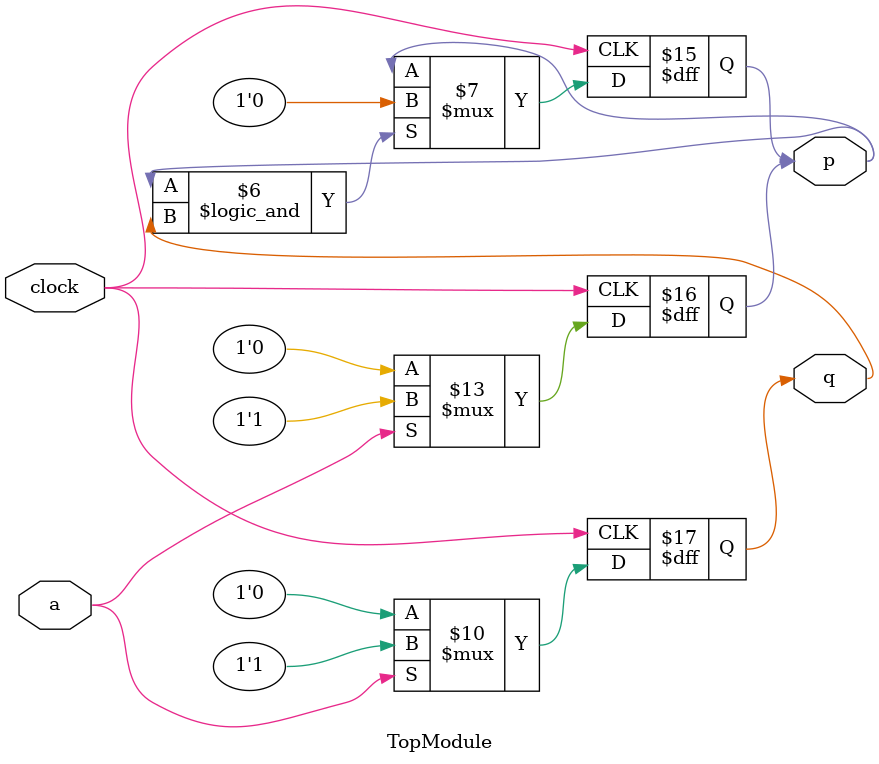
<source format=sv>

module TopModule (
    input clock,
    input a,
    output reg p,
    output reg q
);

always @(posedge clock) begin
    if (a == 1'b0) begin
        // If 'a' is 0 on rising edge, reset both outputs.
        p <= 1'b0;
        q <= 1'b0;
    end else begin
        // If 'a' is 1 on rising edge, set both outputs to 1.
        p <= 1'b1;
        q <= 1'b1;
    end
end

always @(negedge clock) begin
    if (p == 1'b1 && q == 1'b1) begin
        // On falling edge, reset 'p' but hold 'q'.
        p <= 1'b0;
    end
end

endmodule

// VERILOG-EVAL: errant inclusion of module definition

</source>
